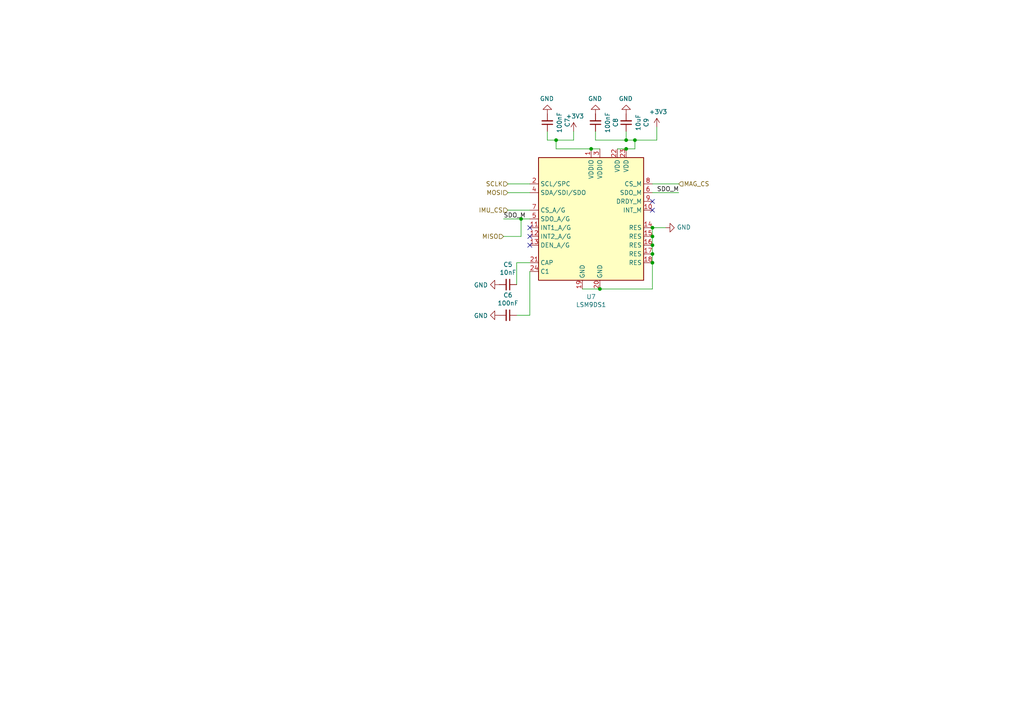
<source format=kicad_sch>
(kicad_sch (version 20211123) (generator eeschema)
  (paper "A4")
  (lib_symbols
    (symbol "Device:C_Small" (pin_numbers hide) (pin_names (offset 0.254) hide)
      (property "Reference" "C" (at 0.254 1.778 0))
      (property "Value" "C_Small" (at 0.254 -2.032 0))
      (symbol "C_Small_0_1"
        (polyline (pts (xy -1.524 -0.508) (xy 1.524 -0.508)) (stroke (width 0.3302)))
        (polyline (pts (xy -1.524 0.508) (xy 1.524 0.508)) (stroke (width 0.3048)))
      )
      (symbol "C_Small_1_1"
        (pin passive line (at 0 2.54 270) (length 2.032) (name "~") (number "1"))
        (pin passive line (at 0 -2.54 90) (length 2.032) (name "~") (number "2"))
      )
    )
    (symbol "Sensor_Motion:LSM9DS1"
      (property "Reference" "U" (at -15.24 21.59 0))
      (property "Value" "LSM9DS1" (at -15.24 19.05 0))
      (symbol "LSM9DS1_0_1"
        (rectangle (start -15.24 17.78) (end 15.24 -17.78) (stroke (width 0.254)) (fill (type background)))
      )
      (symbol "LSM9DS1_1_1"
        (pin power_in line (at 0 20.32 270) (length 2.54) (name "VDDIO") (number "1"))
        (pin output line (at 17.78 2.54 180) (length 2.54) (name "INT_M") (number "10"))
        (pin output line (at -17.78 -2.54 0) (length 2.54) (name "INT1_A/G") (number "11"))
        (pin output line (at -17.78 -5.08 0) (length 2.54) (name "INT2_A/G") (number "12"))
        (pin input line (at -17.78 -7.62 0) (length 2.54) (name "DEN_A/G") (number "13"))
        (pin bidirectional line (at 17.78 -2.54 180) (length 2.54) (name "RES") (number "14"))
        (pin bidirectional line (at 17.78 -5.08 180) (length 2.54) (name "RES") (number "15"))
        (pin bidirectional line (at 17.78 -7.62 180) (length 2.54) (name "RES") (number "16"))
        (pin bidirectional line (at 17.78 -10.16 180) (length 2.54) (name "RES") (number "17"))
        (pin bidirectional line (at 17.78 -12.7 180) (length 2.54) (name "RES") (number "18"))
        (pin power_in line (at -2.54 -20.32 90) (length 2.54) (name "GND") (number "19"))
        (pin input line (at -17.78 10.16 0) (length 2.54) (name "SCL/SPC") (number "2"))
        (pin power_in line (at 2.54 -20.32 90) (length 2.54) (name "GND") (number "20"))
        (pin passive line (at -17.78 -12.7 0) (length 2.54) (name "CAP") (number "21"))
        (pin power_in line (at 7.62 20.32 270) (length 2.54) (name "VDD") (number "22"))
        (pin power_in line (at 10.16 20.32 270) (length 2.54) (name "VDD") (number "23"))
        (pin passive line (at -17.78 -15.24 0) (length 2.54) (name "C1") (number "24"))
        (pin power_in line (at 2.54 20.32 270) (length 2.54) (name "VDDIO") (number "3"))
        (pin bidirectional line (at -17.78 7.62 0) (length 2.54) (name "SDA/SDI/SDO") (number "4"))
        (pin output line (at -17.78 0 0) (length 2.54) (name "SDO_A/G") (number "5"))
        (pin output line (at 17.78 7.62 180) (length 2.54) (name "SDO_M") (number "6"))
        (pin input line (at -17.78 2.54 0) (length 2.54) (name "CS_A/G") (number "7"))
        (pin input line (at 17.78 10.16 180) (length 2.54) (name "CS_M") (number "8"))
        (pin output line (at 17.78 5.08 180) (length 2.54) (name "DRDY_M") (number "9"))
      )
    )
    (symbol "power:+3.3V" (power) (pin_names (offset 0))
      (property "Value" "+3.3V" (at 0 3.556 0))
      (symbol "+3.3V_0_1"
        (polyline (pts (xy -0.762 1.27) (xy 0 2.54)))
        (polyline (pts (xy 0 0) (xy 0 2.54)))
        (polyline (pts (xy 0 2.54) (xy 0.762 1.27)))
      )
      (symbol "+3.3V_1_1"
        (pin power_in line (at 0 0 90) (length 0) hide (name "+3V3") (number "1"))
      )
    )
    (symbol "power:GND" (power) (pin_names (offset 0))
      (property "Value" "GND" (at 0 -3.81 0))
      (symbol "GND_0_1"
        (polyline (pts (xy 0 0) (xy 0 -1.27) (xy 1.27 -1.27) (xy 0 -2.54) (xy -1.27 -1.27) (xy 0 -1.27)))
      )
      (symbol "GND_1_1"
        (pin power_in line (at 0 0 270) (length 0) hide (name "GND") (number "1"))
      )
    )
  )
  (junction (at 181.61 40.64))
  (junction (at 184.15 40.64))
  (junction (at 189.23 68.58))
  (junction (at 173.99 83.82))
  (junction (at 189.23 66.04))
  (junction (at 189.23 71.12))
  (junction (at 171.45 43.18))
  (junction (at 151.13 63.5))
  (junction (at 189.23 76.2))
  (junction (at 189.23 73.66))
  (junction (at 181.61 43.18))
  (junction (at 161.29 40.64))
  (no_connect (at 153.67 66.04))
  (no_connect (at 153.67 68.58))
  (no_connect (at 189.23 58.42))
  (no_connect (at 189.23 60.96))
  (no_connect (at 153.67 71.12))
  (wire (pts (xy 161.29 40.64) (xy 158.75 40.64)))
  (wire (pts (xy 149.86 76.2) (xy 149.86 82.55)))
  (wire (pts (xy 171.45 43.18) (xy 161.29 43.18)))
  (wire (pts (xy 181.61 40.64) (xy 181.61 38.1)))
  (wire (pts (xy 153.67 78.74) (xy 153.67 91.44)))
  (wire (pts (xy 173.99 83.82) (xy 189.23 83.82)))
  (wire (pts (xy 184.15 43.18) (xy 184.15 40.64)))
  (wire (pts (xy 189.23 71.12) (xy 189.23 68.58)))
  (wire (pts (xy 179.07 43.18) (xy 181.61 43.18)))
  (wire (pts (xy 153.67 60.96) (xy 147.32 60.96)))
  (wire (pts (xy 161.29 40.64) (xy 166.37 40.64)))
  (wire (pts (xy 181.61 43.18) (xy 184.15 43.18)))
  (wire (pts (xy 168.91 83.82) (xy 173.99 83.82)))
  (wire (pts (xy 189.23 66.04) (xy 193.04 66.04)))
  (wire (pts (xy 166.37 40.64) (xy 166.37 38.1)))
  (wire (pts (xy 172.72 40.64) (xy 172.72 38.1)))
  (wire (pts (xy 151.13 63.5) (xy 146.05 63.5)))
  (wire (pts (xy 153.67 91.44) (xy 149.86 91.44)))
  (wire (pts (xy 153.67 63.5) (xy 151.13 63.5)))
  (wire (pts (xy 189.23 55.88) (xy 196.85 55.88)))
  (wire (pts (xy 161.29 43.18) (xy 161.29 40.64)))
  (wire (pts (xy 189.23 73.66) (xy 189.23 71.12)))
  (wire (pts (xy 196.85 53.34) (xy 189.23 53.34)))
  (wire (pts (xy 184.15 40.64) (xy 190.5 40.64)))
  (wire (pts (xy 153.67 76.2) (xy 149.86 76.2)))
  (wire (pts (xy 147.32 55.88) (xy 153.67 55.88)))
  (wire (pts (xy 181.61 40.64) (xy 184.15 40.64)))
  (wire (pts (xy 147.32 53.34) (xy 153.67 53.34)))
  (wire (pts (xy 189.23 76.2) (xy 189.23 73.66)))
  (wire (pts (xy 158.75 40.64) (xy 158.75 38.1)))
  (wire (pts (xy 172.72 40.64) (xy 181.61 40.64)))
  (wire (pts (xy 151.13 68.58) (xy 146.05 68.58)))
  (wire (pts (xy 190.5 40.64) (xy 190.5 36.83)))
  (wire (pts (xy 151.13 63.5) (xy 151.13 68.58)))
  (wire (pts (xy 189.23 68.58) (xy 189.23 66.04)))
  (wire (pts (xy 173.99 43.18) (xy 171.45 43.18)))
  (wire (pts (xy 189.23 83.82) (xy 189.23 76.2)))
  (label "SDO_M" (at 190.5 55.88 0))
  (label "SDO_M" (at 146.05 63.5 0))
  (hierarchical_label "MOSI" (shape input) (at 147.32 55.88 180))
  (hierarchical_label "IMU_CS" (shape input) (at 147.32 60.96 180))
  (hierarchical_label "SCLK" (shape input) (at 147.32 53.34 180))
  (hierarchical_label "MISO" (shape input) (at 146.05 68.58 180))
  (hierarchical_label "MAG_CS" (shape input) (at 196.85 53.34 0))
  (symbol (lib_id "Sensor_Motion:LSM9DS1") (at 171.45 63.5 0) (unit 1)
    (property "Reference" "U7" (at 171.45 86.0806 0))
    (property "Value" "LSM9DS1" (at 171.45 88.392 0))
    (property "Footprint" "Package_LGA:LGA-24L_3x3.5mm_P0.43mm" (effects hide))
    (property "Datasheet" "http://www.st.com/content/ccc/resource/technical/document/datasheet/1e/3f/2a/d6/25/eb/48/46/DM00103319.pdf/files/DM00103319.pdf/jcr:content/translations/en.DM00103319.pdf" (effects hide))
  )
  (symbol (lib_id "power:GND") (at 193.04 66.04 90) (unit 1)
    (property "Reference" "#PWR048" (effects hide))
    (property "Value" "GND" (at 196.2912 65.913 90) (effects (justify right)))
  )
  (symbol (lib_id "Device:C_Small") (at 172.72 35.56 180)
    (property "Reference" "C8" (at 178.5366 35.56 90))
    (property "Value" "100nF" (at 176.2252 35.56 90))
    (property "Footprint" "Capacitor_SMD:C_0603_1608Metric" (effects hide))
  )
  (symbol (lib_id "Device:C_Small") (at 181.61 35.56 180)
    (property "Reference" "C9" (at 187.4266 35.56 90))
    (property "Value" "10uF" (at 185.1152 35.56 90))
    (property "Footprint" "Capacitor_SMD:C_0603_1608Metric" (effects hide))
  )
  (symbol (lib_id "power:GND") (at 181.61 33.02 180) (unit 1)
    (property "Reference" "#PWR046" (effects hide))
    (property "Value" "GND" (at 181.483 28.6258 0))
  )
  (symbol (lib_id "power:GND") (at 172.72 33.02 180) (unit 1)
    (property "Reference" "#PWR045" (effects hide))
    (property "Value" "GND" (at 172.593 28.6258 0))
  )
  (symbol (lib_id "power:+3.3V") (at 190.5 36.83 0) (unit 1)
    (property "Reference" "#PWR047" (effects hide))
    (property "Value" "+3.3V" (at 190.881 32.4358 0))
  )
  (symbol (lib_id "power:+3.3V") (at 166.37 38.1 0) (unit 1)
    (property "Reference" "#PWR044" (effects hide))
    (property "Value" "+3.3V" (at 166.751 33.7058 0))
  )
  (symbol (lib_id "Device:C_Small") (at 158.75 35.56 180)
    (property "Reference" "C7" (at 164.5666 35.56 90))
    (property "Value" "100nF" (at 162.2552 35.56 90))
    (property "Footprint" "Capacitor_SMD:C_0603_1608Metric" (effects hide))
  )
  (symbol (lib_id "power:GND") (at 158.75 33.02 180) (unit 1)
    (property "Reference" "#PWR043" (effects hide))
    (property "Value" "GND" (at 158.623 28.6258 0))
  )
  (symbol (lib_id "Device:C_Small") (at 147.32 91.44 270)
    (property "Reference" "C6" (at 147.32 85.6234 90))
    (property "Value" "100nF" (at 147.32 87.9348 90))
    (property "Footprint" "Capacitor_SMD:C_0603_1608Metric" (effects hide))
  )
  (symbol (lib_id "Device:C_Small") (at 147.32 82.55 270)
    (property "Reference" "C5" (at 147.32 76.7334 90))
    (property "Value" "10nF" (at 147.32 79.0448 90))
    (property "Footprint" "Capacitor_SMD:C_0603_1608Metric" (effects hide))
  )
  (symbol (lib_id "power:GND") (at 144.78 91.44 270) (unit 1)
    (property "Reference" "#PWR042" (effects hide))
    (property "Value" "GND" (at 141.5288 91.567 90) (effects (justify right)))
  )
  (symbol (lib_id "power:GND") (at 144.78 82.55 270) (unit 1)
    (property "Reference" "#PWR041" (effects hide))
    (property "Value" "GND" (at 141.5288 82.677 90) (effects (justify right)))
  )
)
</source>
